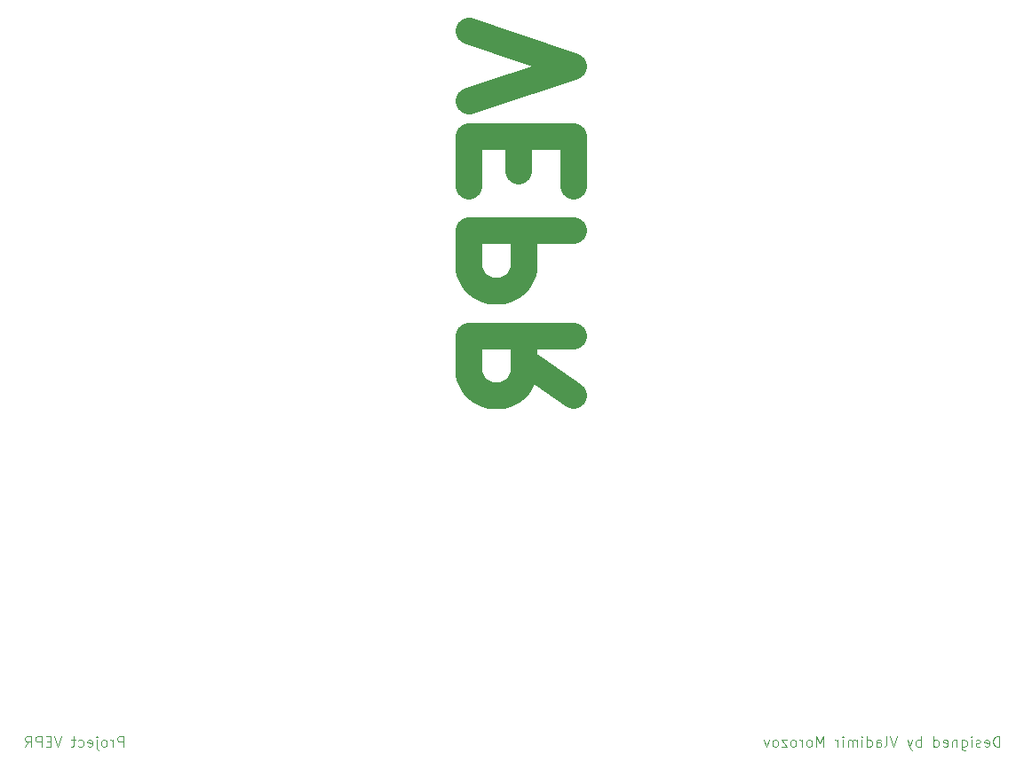
<source format=gbo>
%TF.GenerationSoftware,KiCad,Pcbnew,9.0.2*%
%TF.CreationDate,2025-12-07T18:16:57+01:00*%
%TF.ProjectId,Driver Carrier v2,44726976-6572-4204-9361-727269657220,rev?*%
%TF.SameCoordinates,Original*%
%TF.FileFunction,Legend,Bot*%
%TF.FilePolarity,Positive*%
%FSLAX46Y46*%
G04 Gerber Fmt 4.6, Leading zero omitted, Abs format (unit mm)*
G04 Created by KiCad (PCBNEW 9.0.2) date 2025-12-07 18:16:57*
%MOMM*%
%LPD*%
G01*
G04 APERTURE LIST*
%ADD10C,2.500000*%
%ADD11C,0.100000*%
G04 APERTURE END LIST*
D10*
X143646190Y-52097116D02*
X153646190Y-55430450D01*
X153646190Y-55430450D02*
X143646190Y-58763783D01*
X148408095Y-62097117D02*
X148408095Y-65430450D01*
X153646190Y-66859022D02*
X153646190Y-62097117D01*
X153646190Y-62097117D02*
X143646190Y-62097117D01*
X143646190Y-62097117D02*
X143646190Y-66859022D01*
X153646190Y-71144736D02*
X143646190Y-71144736D01*
X143646190Y-71144736D02*
X143646190Y-74954260D01*
X143646190Y-74954260D02*
X144122380Y-75906641D01*
X144122380Y-75906641D02*
X144598571Y-76382831D01*
X144598571Y-76382831D02*
X145550952Y-76859022D01*
X145550952Y-76859022D02*
X146979523Y-76859022D01*
X146979523Y-76859022D02*
X147931904Y-76382831D01*
X147931904Y-76382831D02*
X148408095Y-75906641D01*
X148408095Y-75906641D02*
X148884285Y-74954260D01*
X148884285Y-74954260D02*
X148884285Y-71144736D01*
X153646190Y-86859022D02*
X148884285Y-83525688D01*
X153646190Y-81144736D02*
X143646190Y-81144736D01*
X143646190Y-81144736D02*
X143646190Y-84954260D01*
X143646190Y-84954260D02*
X144122380Y-85906641D01*
X144122380Y-85906641D02*
X144598571Y-86382831D01*
X144598571Y-86382831D02*
X145550952Y-86859022D01*
X145550952Y-86859022D02*
X146979523Y-86859022D01*
X146979523Y-86859022D02*
X147931904Y-86382831D01*
X147931904Y-86382831D02*
X148408095Y-85906641D01*
X148408095Y-85906641D02*
X148884285Y-84954260D01*
X148884285Y-84954260D02*
X148884285Y-81144736D01*
D11*
X110696115Y-120372419D02*
X110696115Y-119372419D01*
X110696115Y-119372419D02*
X110315163Y-119372419D01*
X110315163Y-119372419D02*
X110219925Y-119420038D01*
X110219925Y-119420038D02*
X110172306Y-119467657D01*
X110172306Y-119467657D02*
X110124687Y-119562895D01*
X110124687Y-119562895D02*
X110124687Y-119705752D01*
X110124687Y-119705752D02*
X110172306Y-119800990D01*
X110172306Y-119800990D02*
X110219925Y-119848609D01*
X110219925Y-119848609D02*
X110315163Y-119896228D01*
X110315163Y-119896228D02*
X110696115Y-119896228D01*
X109696115Y-120372419D02*
X109696115Y-119705752D01*
X109696115Y-119896228D02*
X109648496Y-119800990D01*
X109648496Y-119800990D02*
X109600877Y-119753371D01*
X109600877Y-119753371D02*
X109505639Y-119705752D01*
X109505639Y-119705752D02*
X109410401Y-119705752D01*
X108934210Y-120372419D02*
X109029448Y-120324800D01*
X109029448Y-120324800D02*
X109077067Y-120277180D01*
X109077067Y-120277180D02*
X109124686Y-120181942D01*
X109124686Y-120181942D02*
X109124686Y-119896228D01*
X109124686Y-119896228D02*
X109077067Y-119800990D01*
X109077067Y-119800990D02*
X109029448Y-119753371D01*
X109029448Y-119753371D02*
X108934210Y-119705752D01*
X108934210Y-119705752D02*
X108791353Y-119705752D01*
X108791353Y-119705752D02*
X108696115Y-119753371D01*
X108696115Y-119753371D02*
X108648496Y-119800990D01*
X108648496Y-119800990D02*
X108600877Y-119896228D01*
X108600877Y-119896228D02*
X108600877Y-120181942D01*
X108600877Y-120181942D02*
X108648496Y-120277180D01*
X108648496Y-120277180D02*
X108696115Y-120324800D01*
X108696115Y-120324800D02*
X108791353Y-120372419D01*
X108791353Y-120372419D02*
X108934210Y-120372419D01*
X108172305Y-119705752D02*
X108172305Y-120562895D01*
X108172305Y-120562895D02*
X108219924Y-120658133D01*
X108219924Y-120658133D02*
X108315162Y-120705752D01*
X108315162Y-120705752D02*
X108362781Y-120705752D01*
X108172305Y-119372419D02*
X108219924Y-119420038D01*
X108219924Y-119420038D02*
X108172305Y-119467657D01*
X108172305Y-119467657D02*
X108124686Y-119420038D01*
X108124686Y-119420038D02*
X108172305Y-119372419D01*
X108172305Y-119372419D02*
X108172305Y-119467657D01*
X107315163Y-120324800D02*
X107410401Y-120372419D01*
X107410401Y-120372419D02*
X107600877Y-120372419D01*
X107600877Y-120372419D02*
X107696115Y-120324800D01*
X107696115Y-120324800D02*
X107743734Y-120229561D01*
X107743734Y-120229561D02*
X107743734Y-119848609D01*
X107743734Y-119848609D02*
X107696115Y-119753371D01*
X107696115Y-119753371D02*
X107600877Y-119705752D01*
X107600877Y-119705752D02*
X107410401Y-119705752D01*
X107410401Y-119705752D02*
X107315163Y-119753371D01*
X107315163Y-119753371D02*
X107267544Y-119848609D01*
X107267544Y-119848609D02*
X107267544Y-119943847D01*
X107267544Y-119943847D02*
X107743734Y-120039085D01*
X106410401Y-120324800D02*
X106505639Y-120372419D01*
X106505639Y-120372419D02*
X106696115Y-120372419D01*
X106696115Y-120372419D02*
X106791353Y-120324800D01*
X106791353Y-120324800D02*
X106838972Y-120277180D01*
X106838972Y-120277180D02*
X106886591Y-120181942D01*
X106886591Y-120181942D02*
X106886591Y-119896228D01*
X106886591Y-119896228D02*
X106838972Y-119800990D01*
X106838972Y-119800990D02*
X106791353Y-119753371D01*
X106791353Y-119753371D02*
X106696115Y-119705752D01*
X106696115Y-119705752D02*
X106505639Y-119705752D01*
X106505639Y-119705752D02*
X106410401Y-119753371D01*
X106124686Y-119705752D02*
X105743734Y-119705752D01*
X105981829Y-119372419D02*
X105981829Y-120229561D01*
X105981829Y-120229561D02*
X105934210Y-120324800D01*
X105934210Y-120324800D02*
X105838972Y-120372419D01*
X105838972Y-120372419D02*
X105743734Y-120372419D01*
X104791352Y-119372419D02*
X104458019Y-120372419D01*
X104458019Y-120372419D02*
X104124686Y-119372419D01*
X103791352Y-119848609D02*
X103458019Y-119848609D01*
X103315162Y-120372419D02*
X103791352Y-120372419D01*
X103791352Y-120372419D02*
X103791352Y-119372419D01*
X103791352Y-119372419D02*
X103315162Y-119372419D01*
X102886590Y-120372419D02*
X102886590Y-119372419D01*
X102886590Y-119372419D02*
X102505638Y-119372419D01*
X102505638Y-119372419D02*
X102410400Y-119420038D01*
X102410400Y-119420038D02*
X102362781Y-119467657D01*
X102362781Y-119467657D02*
X102315162Y-119562895D01*
X102315162Y-119562895D02*
X102315162Y-119705752D01*
X102315162Y-119705752D02*
X102362781Y-119800990D01*
X102362781Y-119800990D02*
X102410400Y-119848609D01*
X102410400Y-119848609D02*
X102505638Y-119896228D01*
X102505638Y-119896228D02*
X102886590Y-119896228D01*
X101315162Y-120372419D02*
X101648495Y-119896228D01*
X101886590Y-120372419D02*
X101886590Y-119372419D01*
X101886590Y-119372419D02*
X101505638Y-119372419D01*
X101505638Y-119372419D02*
X101410400Y-119420038D01*
X101410400Y-119420038D02*
X101362781Y-119467657D01*
X101362781Y-119467657D02*
X101315162Y-119562895D01*
X101315162Y-119562895D02*
X101315162Y-119705752D01*
X101315162Y-119705752D02*
X101362781Y-119800990D01*
X101362781Y-119800990D02*
X101410400Y-119848609D01*
X101410400Y-119848609D02*
X101505638Y-119896228D01*
X101505638Y-119896228D02*
X101886590Y-119896228D01*
X194196115Y-120372419D02*
X194196115Y-119372419D01*
X194196115Y-119372419D02*
X193958020Y-119372419D01*
X193958020Y-119372419D02*
X193815163Y-119420038D01*
X193815163Y-119420038D02*
X193719925Y-119515276D01*
X193719925Y-119515276D02*
X193672306Y-119610514D01*
X193672306Y-119610514D02*
X193624687Y-119800990D01*
X193624687Y-119800990D02*
X193624687Y-119943847D01*
X193624687Y-119943847D02*
X193672306Y-120134323D01*
X193672306Y-120134323D02*
X193719925Y-120229561D01*
X193719925Y-120229561D02*
X193815163Y-120324800D01*
X193815163Y-120324800D02*
X193958020Y-120372419D01*
X193958020Y-120372419D02*
X194196115Y-120372419D01*
X192815163Y-120324800D02*
X192910401Y-120372419D01*
X192910401Y-120372419D02*
X193100877Y-120372419D01*
X193100877Y-120372419D02*
X193196115Y-120324800D01*
X193196115Y-120324800D02*
X193243734Y-120229561D01*
X193243734Y-120229561D02*
X193243734Y-119848609D01*
X193243734Y-119848609D02*
X193196115Y-119753371D01*
X193196115Y-119753371D02*
X193100877Y-119705752D01*
X193100877Y-119705752D02*
X192910401Y-119705752D01*
X192910401Y-119705752D02*
X192815163Y-119753371D01*
X192815163Y-119753371D02*
X192767544Y-119848609D01*
X192767544Y-119848609D02*
X192767544Y-119943847D01*
X192767544Y-119943847D02*
X193243734Y-120039085D01*
X192386591Y-120324800D02*
X192291353Y-120372419D01*
X192291353Y-120372419D02*
X192100877Y-120372419D01*
X192100877Y-120372419D02*
X192005639Y-120324800D01*
X192005639Y-120324800D02*
X191958020Y-120229561D01*
X191958020Y-120229561D02*
X191958020Y-120181942D01*
X191958020Y-120181942D02*
X192005639Y-120086704D01*
X192005639Y-120086704D02*
X192100877Y-120039085D01*
X192100877Y-120039085D02*
X192243734Y-120039085D01*
X192243734Y-120039085D02*
X192338972Y-119991466D01*
X192338972Y-119991466D02*
X192386591Y-119896228D01*
X192386591Y-119896228D02*
X192386591Y-119848609D01*
X192386591Y-119848609D02*
X192338972Y-119753371D01*
X192338972Y-119753371D02*
X192243734Y-119705752D01*
X192243734Y-119705752D02*
X192100877Y-119705752D01*
X192100877Y-119705752D02*
X192005639Y-119753371D01*
X191529448Y-120372419D02*
X191529448Y-119705752D01*
X191529448Y-119372419D02*
X191577067Y-119420038D01*
X191577067Y-119420038D02*
X191529448Y-119467657D01*
X191529448Y-119467657D02*
X191481829Y-119420038D01*
X191481829Y-119420038D02*
X191529448Y-119372419D01*
X191529448Y-119372419D02*
X191529448Y-119467657D01*
X190624687Y-119705752D02*
X190624687Y-120515276D01*
X190624687Y-120515276D02*
X190672306Y-120610514D01*
X190672306Y-120610514D02*
X190719925Y-120658133D01*
X190719925Y-120658133D02*
X190815163Y-120705752D01*
X190815163Y-120705752D02*
X190958020Y-120705752D01*
X190958020Y-120705752D02*
X191053258Y-120658133D01*
X190624687Y-120324800D02*
X190719925Y-120372419D01*
X190719925Y-120372419D02*
X190910401Y-120372419D01*
X190910401Y-120372419D02*
X191005639Y-120324800D01*
X191005639Y-120324800D02*
X191053258Y-120277180D01*
X191053258Y-120277180D02*
X191100877Y-120181942D01*
X191100877Y-120181942D02*
X191100877Y-119896228D01*
X191100877Y-119896228D02*
X191053258Y-119800990D01*
X191053258Y-119800990D02*
X191005639Y-119753371D01*
X191005639Y-119753371D02*
X190910401Y-119705752D01*
X190910401Y-119705752D02*
X190719925Y-119705752D01*
X190719925Y-119705752D02*
X190624687Y-119753371D01*
X190148496Y-119705752D02*
X190148496Y-120372419D01*
X190148496Y-119800990D02*
X190100877Y-119753371D01*
X190100877Y-119753371D02*
X190005639Y-119705752D01*
X190005639Y-119705752D02*
X189862782Y-119705752D01*
X189862782Y-119705752D02*
X189767544Y-119753371D01*
X189767544Y-119753371D02*
X189719925Y-119848609D01*
X189719925Y-119848609D02*
X189719925Y-120372419D01*
X188862782Y-120324800D02*
X188958020Y-120372419D01*
X188958020Y-120372419D02*
X189148496Y-120372419D01*
X189148496Y-120372419D02*
X189243734Y-120324800D01*
X189243734Y-120324800D02*
X189291353Y-120229561D01*
X189291353Y-120229561D02*
X189291353Y-119848609D01*
X189291353Y-119848609D02*
X189243734Y-119753371D01*
X189243734Y-119753371D02*
X189148496Y-119705752D01*
X189148496Y-119705752D02*
X188958020Y-119705752D01*
X188958020Y-119705752D02*
X188862782Y-119753371D01*
X188862782Y-119753371D02*
X188815163Y-119848609D01*
X188815163Y-119848609D02*
X188815163Y-119943847D01*
X188815163Y-119943847D02*
X189291353Y-120039085D01*
X187958020Y-120372419D02*
X187958020Y-119372419D01*
X187958020Y-120324800D02*
X188053258Y-120372419D01*
X188053258Y-120372419D02*
X188243734Y-120372419D01*
X188243734Y-120372419D02*
X188338972Y-120324800D01*
X188338972Y-120324800D02*
X188386591Y-120277180D01*
X188386591Y-120277180D02*
X188434210Y-120181942D01*
X188434210Y-120181942D02*
X188434210Y-119896228D01*
X188434210Y-119896228D02*
X188386591Y-119800990D01*
X188386591Y-119800990D02*
X188338972Y-119753371D01*
X188338972Y-119753371D02*
X188243734Y-119705752D01*
X188243734Y-119705752D02*
X188053258Y-119705752D01*
X188053258Y-119705752D02*
X187958020Y-119753371D01*
X186719924Y-120372419D02*
X186719924Y-119372419D01*
X186719924Y-119753371D02*
X186624686Y-119705752D01*
X186624686Y-119705752D02*
X186434210Y-119705752D01*
X186434210Y-119705752D02*
X186338972Y-119753371D01*
X186338972Y-119753371D02*
X186291353Y-119800990D01*
X186291353Y-119800990D02*
X186243734Y-119896228D01*
X186243734Y-119896228D02*
X186243734Y-120181942D01*
X186243734Y-120181942D02*
X186291353Y-120277180D01*
X186291353Y-120277180D02*
X186338972Y-120324800D01*
X186338972Y-120324800D02*
X186434210Y-120372419D01*
X186434210Y-120372419D02*
X186624686Y-120372419D01*
X186624686Y-120372419D02*
X186719924Y-120324800D01*
X185910400Y-119705752D02*
X185672305Y-120372419D01*
X185434210Y-119705752D02*
X185672305Y-120372419D01*
X185672305Y-120372419D02*
X185767543Y-120610514D01*
X185767543Y-120610514D02*
X185815162Y-120658133D01*
X185815162Y-120658133D02*
X185910400Y-120705752D01*
X184434209Y-119372419D02*
X184100876Y-120372419D01*
X184100876Y-120372419D02*
X183767543Y-119372419D01*
X183291352Y-120372419D02*
X183386590Y-120324800D01*
X183386590Y-120324800D02*
X183434209Y-120229561D01*
X183434209Y-120229561D02*
X183434209Y-119372419D01*
X182481828Y-120372419D02*
X182481828Y-119848609D01*
X182481828Y-119848609D02*
X182529447Y-119753371D01*
X182529447Y-119753371D02*
X182624685Y-119705752D01*
X182624685Y-119705752D02*
X182815161Y-119705752D01*
X182815161Y-119705752D02*
X182910399Y-119753371D01*
X182481828Y-120324800D02*
X182577066Y-120372419D01*
X182577066Y-120372419D02*
X182815161Y-120372419D01*
X182815161Y-120372419D02*
X182910399Y-120324800D01*
X182910399Y-120324800D02*
X182958018Y-120229561D01*
X182958018Y-120229561D02*
X182958018Y-120134323D01*
X182958018Y-120134323D02*
X182910399Y-120039085D01*
X182910399Y-120039085D02*
X182815161Y-119991466D01*
X182815161Y-119991466D02*
X182577066Y-119991466D01*
X182577066Y-119991466D02*
X182481828Y-119943847D01*
X181577066Y-120372419D02*
X181577066Y-119372419D01*
X181577066Y-120324800D02*
X181672304Y-120372419D01*
X181672304Y-120372419D02*
X181862780Y-120372419D01*
X181862780Y-120372419D02*
X181958018Y-120324800D01*
X181958018Y-120324800D02*
X182005637Y-120277180D01*
X182005637Y-120277180D02*
X182053256Y-120181942D01*
X182053256Y-120181942D02*
X182053256Y-119896228D01*
X182053256Y-119896228D02*
X182005637Y-119800990D01*
X182005637Y-119800990D02*
X181958018Y-119753371D01*
X181958018Y-119753371D02*
X181862780Y-119705752D01*
X181862780Y-119705752D02*
X181672304Y-119705752D01*
X181672304Y-119705752D02*
X181577066Y-119753371D01*
X181100875Y-120372419D02*
X181100875Y-119705752D01*
X181100875Y-119372419D02*
X181148494Y-119420038D01*
X181148494Y-119420038D02*
X181100875Y-119467657D01*
X181100875Y-119467657D02*
X181053256Y-119420038D01*
X181053256Y-119420038D02*
X181100875Y-119372419D01*
X181100875Y-119372419D02*
X181100875Y-119467657D01*
X180624685Y-120372419D02*
X180624685Y-119705752D01*
X180624685Y-119800990D02*
X180577066Y-119753371D01*
X180577066Y-119753371D02*
X180481828Y-119705752D01*
X180481828Y-119705752D02*
X180338971Y-119705752D01*
X180338971Y-119705752D02*
X180243733Y-119753371D01*
X180243733Y-119753371D02*
X180196114Y-119848609D01*
X180196114Y-119848609D02*
X180196114Y-120372419D01*
X180196114Y-119848609D02*
X180148495Y-119753371D01*
X180148495Y-119753371D02*
X180053257Y-119705752D01*
X180053257Y-119705752D02*
X179910400Y-119705752D01*
X179910400Y-119705752D02*
X179815161Y-119753371D01*
X179815161Y-119753371D02*
X179767542Y-119848609D01*
X179767542Y-119848609D02*
X179767542Y-120372419D01*
X179291352Y-120372419D02*
X179291352Y-119705752D01*
X179291352Y-119372419D02*
X179338971Y-119420038D01*
X179338971Y-119420038D02*
X179291352Y-119467657D01*
X179291352Y-119467657D02*
X179243733Y-119420038D01*
X179243733Y-119420038D02*
X179291352Y-119372419D01*
X179291352Y-119372419D02*
X179291352Y-119467657D01*
X178815162Y-120372419D02*
X178815162Y-119705752D01*
X178815162Y-119896228D02*
X178767543Y-119800990D01*
X178767543Y-119800990D02*
X178719924Y-119753371D01*
X178719924Y-119753371D02*
X178624686Y-119705752D01*
X178624686Y-119705752D02*
X178529448Y-119705752D01*
X177434209Y-120372419D02*
X177434209Y-119372419D01*
X177434209Y-119372419D02*
X177100876Y-120086704D01*
X177100876Y-120086704D02*
X176767543Y-119372419D01*
X176767543Y-119372419D02*
X176767543Y-120372419D01*
X176148495Y-120372419D02*
X176243733Y-120324800D01*
X176243733Y-120324800D02*
X176291352Y-120277180D01*
X176291352Y-120277180D02*
X176338971Y-120181942D01*
X176338971Y-120181942D02*
X176338971Y-119896228D01*
X176338971Y-119896228D02*
X176291352Y-119800990D01*
X176291352Y-119800990D02*
X176243733Y-119753371D01*
X176243733Y-119753371D02*
X176148495Y-119705752D01*
X176148495Y-119705752D02*
X176005638Y-119705752D01*
X176005638Y-119705752D02*
X175910400Y-119753371D01*
X175910400Y-119753371D02*
X175862781Y-119800990D01*
X175862781Y-119800990D02*
X175815162Y-119896228D01*
X175815162Y-119896228D02*
X175815162Y-120181942D01*
X175815162Y-120181942D02*
X175862781Y-120277180D01*
X175862781Y-120277180D02*
X175910400Y-120324800D01*
X175910400Y-120324800D02*
X176005638Y-120372419D01*
X176005638Y-120372419D02*
X176148495Y-120372419D01*
X175386590Y-120372419D02*
X175386590Y-119705752D01*
X175386590Y-119896228D02*
X175338971Y-119800990D01*
X175338971Y-119800990D02*
X175291352Y-119753371D01*
X175291352Y-119753371D02*
X175196114Y-119705752D01*
X175196114Y-119705752D02*
X175100876Y-119705752D01*
X174624685Y-120372419D02*
X174719923Y-120324800D01*
X174719923Y-120324800D02*
X174767542Y-120277180D01*
X174767542Y-120277180D02*
X174815161Y-120181942D01*
X174815161Y-120181942D02*
X174815161Y-119896228D01*
X174815161Y-119896228D02*
X174767542Y-119800990D01*
X174767542Y-119800990D02*
X174719923Y-119753371D01*
X174719923Y-119753371D02*
X174624685Y-119705752D01*
X174624685Y-119705752D02*
X174481828Y-119705752D01*
X174481828Y-119705752D02*
X174386590Y-119753371D01*
X174386590Y-119753371D02*
X174338971Y-119800990D01*
X174338971Y-119800990D02*
X174291352Y-119896228D01*
X174291352Y-119896228D02*
X174291352Y-120181942D01*
X174291352Y-120181942D02*
X174338971Y-120277180D01*
X174338971Y-120277180D02*
X174386590Y-120324800D01*
X174386590Y-120324800D02*
X174481828Y-120372419D01*
X174481828Y-120372419D02*
X174624685Y-120372419D01*
X173958018Y-119705752D02*
X173434209Y-119705752D01*
X173434209Y-119705752D02*
X173958018Y-120372419D01*
X173958018Y-120372419D02*
X173434209Y-120372419D01*
X172910399Y-120372419D02*
X173005637Y-120324800D01*
X173005637Y-120324800D02*
X173053256Y-120277180D01*
X173053256Y-120277180D02*
X173100875Y-120181942D01*
X173100875Y-120181942D02*
X173100875Y-119896228D01*
X173100875Y-119896228D02*
X173053256Y-119800990D01*
X173053256Y-119800990D02*
X173005637Y-119753371D01*
X173005637Y-119753371D02*
X172910399Y-119705752D01*
X172910399Y-119705752D02*
X172767542Y-119705752D01*
X172767542Y-119705752D02*
X172672304Y-119753371D01*
X172672304Y-119753371D02*
X172624685Y-119800990D01*
X172624685Y-119800990D02*
X172577066Y-119896228D01*
X172577066Y-119896228D02*
X172577066Y-120181942D01*
X172577066Y-120181942D02*
X172624685Y-120277180D01*
X172624685Y-120277180D02*
X172672304Y-120324800D01*
X172672304Y-120324800D02*
X172767542Y-120372419D01*
X172767542Y-120372419D02*
X172910399Y-120372419D01*
X172243732Y-119705752D02*
X172005637Y-120372419D01*
X172005637Y-120372419D02*
X171767542Y-119705752D01*
M02*

</source>
